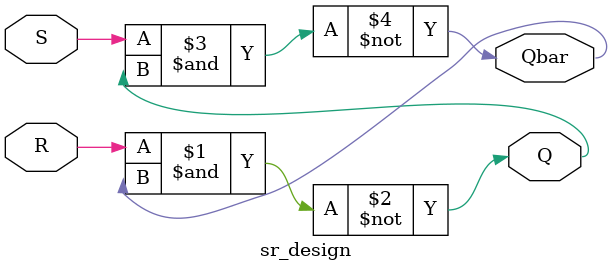
<source format=v>
`timescale 1ns / 1ps
module sr_design(Q,Qbar,S,R);
    input S;
    input R;
    output Q;
    output Qbar;
    
    assign Q = ~(R&Qbar);
    assign Qbar = ~(S & Q);
    
endmodule

</source>
